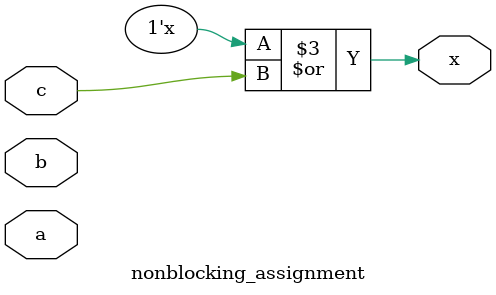
<source format=v>
`timescale 1ns/1ps

module nonblocking_assignment(
	input a,b,c,
	output reg x
);

	always@(a,b,c)
	begin
		x <= a;		// this line is compiled, x = a
		x <= x ^ b;	// this line overrides the first line so, x = x ^ b. x is the original value at the start of always block
		x <= x | c;	// this line overrides the second line so, x = x | c. x is the original value at the start of always block
	end
endmodule

// At the end of always block, the logic circuit is synthesized as x = x | c which is a feedback. A feedback shouldn't exist in a combinational circuit.
// So nonblocking assignments shouldn't be used in combinational circuits.

</source>
